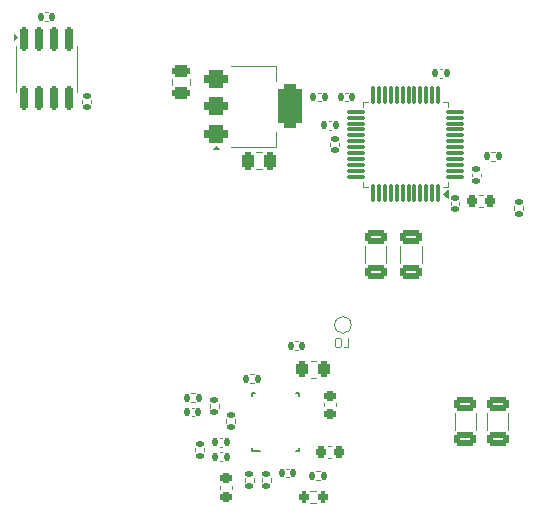
<source format=gbr>
%TF.GenerationSoftware,KiCad,Pcbnew,8.0.8*%
%TF.CreationDate,2025-03-05T15:18:31-05:00*%
%TF.ProjectId,V2.0,56322e30-2e6b-4696-9361-645f70636258,rev?*%
%TF.SameCoordinates,Original*%
%TF.FileFunction,Legend,Bot*%
%TF.FilePolarity,Positive*%
%FSLAX46Y46*%
G04 Gerber Fmt 4.6, Leading zero omitted, Abs format (unit mm)*
G04 Created by KiCad (PCBNEW 8.0.8) date 2025-03-05 15:18:31*
%MOMM*%
%LPD*%
G01*
G04 APERTURE LIST*
G04 Aperture macros list*
%AMRoundRect*
0 Rectangle with rounded corners*
0 $1 Rounding radius*
0 $2 $3 $4 $5 $6 $7 $8 $9 X,Y pos of 4 corners*
0 Add a 4 corners polygon primitive as box body*
4,1,4,$2,$3,$4,$5,$6,$7,$8,$9,$2,$3,0*
0 Add four circle primitives for the rounded corners*
1,1,$1+$1,$2,$3*
1,1,$1+$1,$4,$5*
1,1,$1+$1,$6,$7*
1,1,$1+$1,$8,$9*
0 Add four rect primitives between the rounded corners*
20,1,$1+$1,$2,$3,$4,$5,0*
20,1,$1+$1,$4,$5,$6,$7,0*
20,1,$1+$1,$6,$7,$8,$9,0*
20,1,$1+$1,$8,$9,$2,$3,0*%
G04 Aperture macros list end*
%ADD10C,0.100000*%
%ADD11C,0.120000*%
%ADD12C,0.200000*%
%ADD13RoundRect,0.135000X0.135000X0.185000X-0.135000X0.185000X-0.135000X-0.185000X0.135000X-0.185000X0*%
%ADD14RoundRect,0.135000X-0.185000X0.135000X-0.185000X-0.135000X0.185000X-0.135000X0.185000X0.135000X0*%
%ADD15C,1.000000*%
%ADD16R,1.700000X1.700000*%
%ADD17C,1.700000*%
%ADD18O,1.700000X1.700000*%
%ADD19C,2.700000*%
%ADD20O,1.000000X1.000000*%
%ADD21R,1.000000X1.000000*%
%ADD22RoundRect,0.135000X0.185000X-0.135000X0.185000X0.135000X-0.185000X0.135000X-0.185000X-0.135000X0*%
%ADD23RoundRect,0.225000X-0.225000X-0.250000X0.225000X-0.250000X0.225000X0.250000X-0.225000X0.250000X0*%
%ADD24RoundRect,0.140000X0.140000X0.170000X-0.140000X0.170000X-0.140000X-0.170000X0.140000X-0.170000X0*%
%ADD25RoundRect,0.140000X-0.170000X0.140000X-0.170000X-0.140000X0.170000X-0.140000X0.170000X0.140000X0*%
%ADD26RoundRect,0.225000X0.250000X-0.225000X0.250000X0.225000X-0.250000X0.225000X-0.250000X-0.225000X0*%
%ADD27RoundRect,0.135000X-0.135000X-0.185000X0.135000X-0.185000X0.135000X0.185000X-0.135000X0.185000X0*%
%ADD28RoundRect,0.150000X-0.150000X0.825000X-0.150000X-0.825000X0.150000X-0.825000X0.150000X0.825000X0*%
%ADD29RoundRect,0.250000X-0.650000X0.325000X-0.650000X-0.325000X0.650000X-0.325000X0.650000X0.325000X0*%
%ADD30RoundRect,0.140000X-0.140000X-0.170000X0.140000X-0.170000X0.140000X0.170000X-0.140000X0.170000X0*%
%ADD31RoundRect,0.375000X-0.625000X-0.375000X0.625000X-0.375000X0.625000X0.375000X-0.625000X0.375000X0*%
%ADD32RoundRect,0.500000X-0.500000X-1.400000X0.500000X-1.400000X0.500000X1.400000X-0.500000X1.400000X0*%
%ADD33C,0.499999*%
%ADD34R,1.699999X2.700000*%
%ADD35R,0.249999X0.599999*%
%ADD36R,0.599999X0.249999*%
%ADD37RoundRect,0.075000X0.075000X-0.662500X0.075000X0.662500X-0.075000X0.662500X-0.075000X-0.662500X0*%
%ADD38RoundRect,0.075000X0.662500X-0.075000X0.662500X0.075000X-0.662500X0.075000X-0.662500X-0.075000X0*%
%ADD39RoundRect,0.200000X0.200000X0.275000X-0.200000X0.275000X-0.200000X-0.275000X0.200000X-0.275000X0*%
%ADD40RoundRect,0.250000X0.650000X-0.325000X0.650000X0.325000X-0.650000X0.325000X-0.650000X-0.325000X0*%
%ADD41RoundRect,0.250000X-0.475000X0.250000X-0.475000X-0.250000X0.475000X-0.250000X0.475000X0.250000X0*%
%ADD42RoundRect,0.250000X-0.262500X-0.450000X0.262500X-0.450000X0.262500X0.450000X-0.262500X0.450000X0*%
%ADD43RoundRect,0.250000X0.250000X0.475000X-0.250000X0.475000X-0.250000X-0.475000X0.250000X-0.475000X0*%
%ADD44RoundRect,0.225000X0.225000X0.250000X-0.225000X0.250000X-0.225000X-0.250000X0.225000X-0.250000X0*%
%ADD45RoundRect,0.140000X0.170000X-0.140000X0.170000X0.140000X-0.170000X0.140000X-0.170000X-0.140000X0*%
G04 APERTURE END LIST*
D10*
X142162782Y-72596895D02*
X142543734Y-72596895D01*
X142543734Y-72596895D02*
X142543734Y-71796895D01*
X141743734Y-71796895D02*
X141591353Y-71796895D01*
X141591353Y-71796895D02*
X141515163Y-71834990D01*
X141515163Y-71834990D02*
X141438972Y-71911180D01*
X141438972Y-71911180D02*
X141400877Y-72063561D01*
X141400877Y-72063561D02*
X141400877Y-72330228D01*
X141400877Y-72330228D02*
X141438972Y-72482609D01*
X141438972Y-72482609D02*
X141515163Y-72558800D01*
X141515163Y-72558800D02*
X141591353Y-72596895D01*
X141591353Y-72596895D02*
X141743734Y-72596895D01*
X141743734Y-72596895D02*
X141819925Y-72558800D01*
X141819925Y-72558800D02*
X141896115Y-72482609D01*
X141896115Y-72482609D02*
X141934211Y-72330228D01*
X141934211Y-72330228D02*
X141934211Y-72063561D01*
X141934211Y-72063561D02*
X141896115Y-71911180D01*
X141896115Y-71911180D02*
X141819925Y-71834990D01*
X141819925Y-71834990D02*
X141743734Y-71796895D01*
D11*
%TO.C,R11*%
X139946359Y-51020000D02*
X140253641Y-51020000D01*
X139946359Y-51780000D02*
X140253641Y-51780000D01*
%TO.C,R10*%
X156620000Y-60953641D02*
X156620000Y-60646359D01*
X157380000Y-60953641D02*
X157380000Y-60646359D01*
%TO.C,TP18*%
X142800000Y-70700000D02*
G75*
G02*
X141400000Y-70700000I-700000J0D01*
G01*
X141400000Y-70700000D02*
G75*
G02*
X142800000Y-70700000I700000J0D01*
G01*
%TO.C,RRT1*%
X133805000Y-83696360D02*
X133805000Y-84003642D01*
X134565000Y-83696360D02*
X134565000Y-84003642D01*
%TO.C,C1*%
X153940580Y-59690000D02*
X153659420Y-59690000D01*
X153940580Y-60710000D02*
X153659420Y-60710000D01*
%TO.C,Cilim1*%
X138077164Y-72090001D02*
X138292836Y-72090001D01*
X138077164Y-72810001D02*
X138292836Y-72810001D01*
%TO.C,Cvin1*%
X137277164Y-82890001D02*
X137492836Y-82890001D01*
X137277164Y-83610001D02*
X137492836Y-83610001D01*
%TO.C,C8*%
X140892164Y-53440000D02*
X141107836Y-53440000D01*
X140892164Y-54160000D02*
X141107836Y-54160000D01*
%TO.C,RUV2*%
X135205000Y-84003642D02*
X135205000Y-83696360D01*
X135965000Y-84003642D02*
X135965000Y-83696360D01*
%TO.C,C4*%
X151240000Y-60507836D02*
X151240000Y-60292164D01*
X151960000Y-60507836D02*
X151960000Y-60292164D01*
%TO.C,CC1*%
X131677164Y-81490001D02*
X131892836Y-81490001D01*
X131677164Y-82210001D02*
X131892836Y-82210001D01*
%TO.C,CSS1*%
X131675000Y-84309421D02*
X131675000Y-84590581D01*
X132695000Y-84309421D02*
X132695000Y-84590581D01*
%TO.C,RFB1*%
X130805000Y-77386360D02*
X130805000Y-77693642D01*
X131565000Y-77386360D02*
X131565000Y-77693642D01*
%TO.C,RC2*%
X129538641Y-76470001D02*
X129231359Y-76470001D01*
X129538641Y-77230001D02*
X129231359Y-77230001D01*
%TO.C,Rin1*%
X139831359Y-83070001D02*
X140138641Y-83070001D01*
X139831359Y-83830001D02*
X140138641Y-83830001D01*
%TO.C,U3*%
X114440000Y-47050000D02*
X114440000Y-49000000D01*
X114440000Y-50950000D02*
X114440000Y-49000000D01*
X119560000Y-47050000D02*
X119560000Y-49000000D01*
X119560000Y-50950000D02*
X119560000Y-49000000D01*
X114535000Y-46300000D02*
X114205000Y-46540000D01*
X114205000Y-46060000D01*
X114535000Y-46300000D01*
G36*
X114535000Y-46300000D02*
G01*
X114205000Y-46540000D01*
X114205000Y-46060000D01*
X114535000Y-46300000D01*
G37*
%TO.C,C5*%
X141040000Y-55507836D02*
X141040000Y-55292164D01*
X141760000Y-55507836D02*
X141760000Y-55292164D01*
%TO.C,COUT1*%
X143945000Y-65431252D02*
X143945000Y-64008748D01*
X145765000Y-65431252D02*
X145765000Y-64008748D01*
%TO.C,C6*%
X142507836Y-51040000D02*
X142292164Y-51040000D01*
X142507836Y-51760000D02*
X142292164Y-51760000D01*
%TO.C,R1*%
X154953641Y-56020000D02*
X154646359Y-56020000D01*
X154953641Y-56780000D02*
X154646359Y-56780000D01*
%TO.C,U4*%
X136410000Y-48790000D02*
X132650000Y-48790000D01*
X136410000Y-50050000D02*
X136410000Y-48790000D01*
X136410000Y-54350000D02*
X136410000Y-55610000D01*
X136410000Y-55610000D02*
X132650000Y-55610000D01*
X131610000Y-55840000D02*
X131130000Y-55840000D01*
X131370000Y-55510000D01*
X131610000Y-55840000D01*
G36*
X131610000Y-55840000D02*
G01*
X131130000Y-55840000D01*
X131370000Y-55510000D01*
X131610000Y-55840000D01*
G37*
D12*
%TO.C,U5*%
X138335001Y-81400001D02*
X138335001Y-81150002D01*
X138335001Y-81400001D02*
X138084999Y-81400001D01*
X138335001Y-76750000D02*
X138335001Y-76500001D01*
X138335001Y-76500001D02*
X138084999Y-76500001D01*
X135085000Y-81400001D02*
X134434999Y-81400001D01*
X134685001Y-76500001D02*
X134434999Y-76500001D01*
X134434999Y-81400001D02*
X134434999Y-81150002D01*
X134434999Y-76750000D02*
X134434999Y-76500001D01*
D11*
%TO.C,U1*%
X143790000Y-51790000D02*
X143790000Y-52240000D01*
X143790000Y-59010000D02*
X143790000Y-58560000D01*
X144240000Y-51790000D02*
X143790000Y-51790000D01*
X144240000Y-59010000D02*
X143790000Y-59010000D01*
X150560000Y-51790000D02*
X151010000Y-51790000D01*
X150560000Y-59010000D02*
X151010000Y-59010000D01*
X151010000Y-51790000D02*
X151010000Y-52240000D01*
X151010000Y-59010000D02*
X151010000Y-58560000D01*
X151030000Y-59940000D02*
X150560000Y-59600000D01*
X151030000Y-59260000D01*
X151030000Y-59940000D01*
G36*
X151030000Y-59940000D02*
G01*
X150560000Y-59600000D01*
X151030000Y-59260000D01*
X151030000Y-59940000D01*
G37*
%TO.C,CC3*%
X129277164Y-77690001D02*
X129492836Y-77690001D01*
X129277164Y-78410001D02*
X129492836Y-78410001D01*
%TO.C,RUV1*%
X139347742Y-84727501D02*
X139822258Y-84727501D01*
X139347742Y-85772501D02*
X139822258Y-85772501D01*
%TO.C,CIN4*%
X156110000Y-78183748D02*
X156110000Y-79606252D01*
X154290000Y-78183748D02*
X154290000Y-79606252D01*
%TO.C,RPGOOD1*%
X134538641Y-74870001D02*
X134231359Y-74870001D01*
X134538641Y-75630001D02*
X134231359Y-75630001D01*
%TO.C,C16*%
X127665000Y-50411252D02*
X127665000Y-49888748D01*
X129135000Y-50411252D02*
X129135000Y-49888748D01*
%TO.C,Rilim1*%
X139812064Y-73715001D02*
X139357936Y-73715001D01*
X139812064Y-75185001D02*
X139357936Y-75185001D01*
%TO.C,RC1*%
X129605000Y-81096360D02*
X129605000Y-81403642D01*
X130365000Y-81096360D02*
X130365000Y-81403642D01*
%TO.C,RFB2*%
X132205000Y-79003642D02*
X132205000Y-78696360D01*
X132965000Y-79003642D02*
X132965000Y-78696360D01*
%TO.C,C2*%
X150292164Y-49040000D02*
X150507836Y-49040000D01*
X150292164Y-49760000D02*
X150507836Y-49760000D01*
%TO.C,C14*%
X116892164Y-44240000D02*
X117107836Y-44240000D01*
X116892164Y-44960000D02*
X117107836Y-44960000D01*
%TO.C,C17*%
X134738748Y-56065000D02*
X135261252Y-56065000D01*
X134738748Y-57535000D02*
X135261252Y-57535000D01*
%TO.C,CIN3*%
X151545000Y-78183748D02*
X151545000Y-79606252D01*
X153365000Y-78183748D02*
X153365000Y-79606252D01*
%TO.C,CVcc1*%
X140475000Y-77309421D02*
X140475000Y-77590581D01*
X141495000Y-77309421D02*
X141495000Y-77590581D01*
%TO.C,COUT2*%
X146945000Y-65431252D02*
X146945000Y-64008748D01*
X148765000Y-65431252D02*
X148765000Y-64008748D01*
%TO.C,CBoot1*%
X140844420Y-80940001D02*
X141125580Y-80940001D01*
X140844420Y-81960001D02*
X141125580Y-81960001D01*
%TO.C,CC2*%
X131677164Y-80290001D02*
X131892836Y-80290001D01*
X131677164Y-81010001D02*
X131892836Y-81010001D01*
%TO.C,C15*%
X120040000Y-51907836D02*
X120040000Y-51692164D01*
X120760000Y-51907836D02*
X120760000Y-51692164D01*
%TO.C,C7*%
X153040000Y-57892164D02*
X153040000Y-58107836D01*
X153760000Y-57892164D02*
X153760000Y-58107836D01*
%TD*%
%LPC*%
D13*
%TO.C,R11*%
X140610000Y-51400000D03*
X139590000Y-51400000D03*
%TD*%
D14*
%TO.C,R10*%
X157000000Y-60290000D03*
X157000000Y-61310000D03*
%TD*%
D15*
%TO.C,TP18*%
X142100000Y-70700000D03*
%TD*%
D16*
%TO.C,J6*%
X163000000Y-43000000D03*
D17*
X163000000Y-40460000D03*
X163000000Y-37920000D03*
X160460000Y-43000000D03*
X160460000Y-40500000D03*
X160460000Y-38000000D03*
X157920000Y-43000000D03*
X157920000Y-40500000D03*
X157920000Y-38000000D03*
X155380000Y-43000000D03*
X155380000Y-40500000D03*
X155380000Y-38000000D03*
%TD*%
D16*
%TO.C,J7*%
X152000000Y-43000000D03*
D17*
X152000000Y-40460000D03*
X152000000Y-37920000D03*
X149460000Y-43000000D03*
X149460000Y-40500000D03*
X149460000Y-38000000D03*
X146920000Y-43000000D03*
X146920000Y-40500000D03*
X146920000Y-38000000D03*
X144380000Y-43000000D03*
X144380000Y-40500000D03*
X144380000Y-38000000D03*
%TD*%
D16*
%TO.C,J8*%
X141000000Y-43000000D03*
D17*
X141000000Y-40460000D03*
X141000000Y-37920000D03*
X138460000Y-43000000D03*
X138460000Y-40500000D03*
X138460000Y-38000000D03*
X135920000Y-43000000D03*
X135920000Y-40500000D03*
X135920000Y-38000000D03*
X133380000Y-43000000D03*
X133380000Y-40500000D03*
X133380000Y-38000000D03*
%TD*%
D16*
%TO.C,J9*%
X130000000Y-43000000D03*
D17*
X130000000Y-40460000D03*
X130000000Y-37920000D03*
X127460000Y-43000000D03*
X127460000Y-40500000D03*
X127460000Y-38000000D03*
X124920000Y-43000000D03*
X124920000Y-40500000D03*
X124920000Y-38000000D03*
X122380000Y-43000000D03*
X122380000Y-40500000D03*
X122380000Y-38000000D03*
%TD*%
D16*
%TO.C,J4*%
X124625000Y-50050000D03*
D18*
X122085000Y-50050000D03*
X124625000Y-52590000D03*
X122085000Y-52590000D03*
X124625000Y-55130000D03*
X122085000Y-55130000D03*
X124625000Y-57670000D03*
X122085000Y-57670000D03*
X124625000Y-60210000D03*
X122085000Y-60210000D03*
X124625000Y-62750000D03*
X122085000Y-62750000D03*
X124625000Y-65290000D03*
X122085000Y-65290000D03*
X124625000Y-67830000D03*
X122085000Y-67830000D03*
X124625000Y-70370000D03*
X122085000Y-70370000D03*
X124625000Y-72910000D03*
X122085000Y-72910000D03*
%TD*%
D19*
%TO.C,H1*%
X117000000Y-39000000D03*
%TD*%
D16*
%TO.C,J2*%
X161600000Y-65400000D03*
D18*
X159060000Y-65400000D03*
%TD*%
D16*
%TO.C,J1*%
X159000000Y-69400000D03*
D18*
X161540000Y-69400000D03*
%TD*%
D20*
%TO.C,J3*%
X161230000Y-55330000D03*
X162500000Y-55330000D03*
X161230000Y-56600000D03*
X162500000Y-56600000D03*
X161230000Y-57870000D03*
X162500000Y-57870000D03*
X161230000Y-59140000D03*
X162500000Y-59140000D03*
X161230000Y-60410000D03*
D21*
X162500000Y-60410000D03*
%TD*%
D19*
%TO.C,H4*%
X161000000Y-83000000D03*
%TD*%
%TO.C,H2*%
X161000000Y-49000000D03*
%TD*%
%TO.C,H3*%
X119200000Y-83000000D03*
%TD*%
D22*
%TO.C,RRT1*%
X134185000Y-84360001D03*
X134185000Y-83340001D03*
%TD*%
D23*
%TO.C,C1*%
X153025000Y-60200000D03*
X154575000Y-60200000D03*
%TD*%
D24*
%TO.C,Cilim1*%
X138665000Y-72450001D03*
X137705000Y-72450001D03*
%TD*%
%TO.C,Cvin1*%
X137865000Y-83250001D03*
X136905000Y-83250001D03*
%TD*%
%TO.C,C8*%
X141480000Y-53800000D03*
X140520000Y-53800000D03*
%TD*%
D14*
%TO.C,RUV2*%
X135585000Y-83340001D03*
X135585000Y-84360001D03*
%TD*%
D25*
%TO.C,C4*%
X151600000Y-59920000D03*
X151600000Y-60880000D03*
%TD*%
D24*
%TO.C,CC1*%
X132265000Y-81850001D03*
X131305000Y-81850001D03*
%TD*%
D26*
%TO.C,CSS1*%
X132185000Y-85225001D03*
X132185000Y-83675001D03*
%TD*%
D22*
%TO.C,RFB1*%
X131185000Y-78050001D03*
X131185000Y-77030001D03*
%TD*%
D27*
%TO.C,RC2*%
X128875000Y-76850001D03*
X129895000Y-76850001D03*
%TD*%
D13*
%TO.C,Rin1*%
X140495000Y-83450001D03*
X139475000Y-83450001D03*
%TD*%
D28*
%TO.C,U3*%
X115095000Y-46525000D03*
X116365000Y-46525000D03*
X117635000Y-46525000D03*
X118905000Y-46525000D03*
X118905000Y-51475000D03*
X117635000Y-51475000D03*
X116365000Y-51475000D03*
X115095000Y-51475000D03*
%TD*%
D25*
%TO.C,C5*%
X141400000Y-54920000D03*
X141400000Y-55880000D03*
%TD*%
D29*
%TO.C,COUT1*%
X144855000Y-63245000D03*
X144855000Y-66195000D03*
%TD*%
D30*
%TO.C,C6*%
X141920000Y-51400000D03*
X142880000Y-51400000D03*
%TD*%
D27*
%TO.C,R1*%
X154290000Y-56400000D03*
X155310000Y-56400000D03*
%TD*%
D31*
%TO.C,U4*%
X131350000Y-54500000D03*
X131350000Y-52200000D03*
D32*
X137650000Y-52200000D03*
D31*
X131350000Y-49900000D03*
%TD*%
D33*
%TO.C,U5*%
X136984999Y-78950001D03*
X136385000Y-80050001D03*
D34*
X136385000Y-78950001D03*
D33*
X136385000Y-77850001D03*
X135785001Y-78950001D03*
D35*
X137135001Y-81100002D03*
D36*
X138034999Y-80700003D03*
X138034999Y-80200001D03*
X138034999Y-79700002D03*
X138034999Y-79200003D03*
X138034999Y-78700001D03*
X138034999Y-78200003D03*
X138034999Y-77700001D03*
X138034999Y-77200002D03*
D35*
X137135001Y-76800000D03*
X135634999Y-76800000D03*
D36*
X134735001Y-77200002D03*
X134735001Y-77700001D03*
X134735001Y-78200000D03*
X134735001Y-78699999D03*
X134735001Y-79200001D03*
X134735001Y-79699999D03*
X134735001Y-80200001D03*
X134735001Y-80700000D03*
D35*
X135634999Y-81100002D03*
%TD*%
D37*
%TO.C,U1*%
X150150000Y-59562500D03*
X149650000Y-59562500D03*
X149150000Y-59562500D03*
X148650000Y-59562500D03*
X148150000Y-59562500D03*
X147650000Y-59562500D03*
X147150000Y-59562500D03*
X146650000Y-59562500D03*
X146150000Y-59562500D03*
X145650000Y-59562500D03*
X145150000Y-59562500D03*
X144650000Y-59562500D03*
D38*
X143237500Y-58150000D03*
X143237500Y-57650000D03*
X143237500Y-57150000D03*
X143237500Y-56650000D03*
X143237500Y-56150000D03*
X143237500Y-55650000D03*
X143237500Y-55150000D03*
X143237500Y-54650000D03*
X143237500Y-54150000D03*
X143237500Y-53650000D03*
X143237500Y-53150000D03*
X143237500Y-52650000D03*
D37*
X144650000Y-51237500D03*
X145150000Y-51237500D03*
X145650000Y-51237500D03*
X146150000Y-51237500D03*
X146650000Y-51237500D03*
X147150000Y-51237500D03*
X147650000Y-51237500D03*
X148150000Y-51237500D03*
X148650000Y-51237500D03*
X149150000Y-51237500D03*
X149650000Y-51237500D03*
X150150000Y-51237500D03*
D38*
X151562500Y-52650000D03*
X151562500Y-53150000D03*
X151562500Y-53650000D03*
X151562500Y-54150000D03*
X151562500Y-54650000D03*
X151562500Y-55150000D03*
X151562500Y-55650000D03*
X151562500Y-56150000D03*
X151562500Y-56650000D03*
X151562500Y-57150000D03*
X151562500Y-57650000D03*
X151562500Y-58150000D03*
%TD*%
D24*
%TO.C,CC3*%
X129865000Y-78050001D03*
X128905000Y-78050001D03*
%TD*%
D39*
%TO.C,RUV1*%
X140410000Y-85250001D03*
X138760000Y-85250001D03*
%TD*%
D40*
%TO.C,CIN4*%
X155200000Y-77420000D03*
X155200000Y-80370000D03*
%TD*%
D27*
%TO.C,RPGOOD1*%
X133875000Y-75250001D03*
X134895000Y-75250001D03*
%TD*%
D41*
%TO.C,C16*%
X128400000Y-49200000D03*
X128400000Y-51100000D03*
%TD*%
D42*
%TO.C,Rilim1*%
X138672500Y-74450001D03*
X140497500Y-74450001D03*
%TD*%
D22*
%TO.C,RC1*%
X129985000Y-81760001D03*
X129985000Y-80740001D03*
%TD*%
D14*
%TO.C,RFB2*%
X132585000Y-78340001D03*
X132585000Y-79360001D03*
%TD*%
D24*
%TO.C,C2*%
X150880000Y-49400000D03*
X149920000Y-49400000D03*
%TD*%
%TO.C,C14*%
X117480000Y-44600000D03*
X116520000Y-44600000D03*
%TD*%
D43*
%TO.C,C17*%
X135950000Y-56800000D03*
X134050000Y-56800000D03*
%TD*%
D40*
%TO.C,CIN3*%
X152455000Y-80370000D03*
X152455000Y-77420000D03*
%TD*%
D26*
%TO.C,CVcc1*%
X140985000Y-78225001D03*
X140985000Y-76675001D03*
%TD*%
D29*
%TO.C,COUT2*%
X147855000Y-63245000D03*
X147855000Y-66195000D03*
%TD*%
D44*
%TO.C,CBoot1*%
X141760000Y-81450001D03*
X140210000Y-81450001D03*
%TD*%
D24*
%TO.C,CC2*%
X132265000Y-80650001D03*
X131305000Y-80650001D03*
%TD*%
D25*
%TO.C,C15*%
X120400000Y-51320000D03*
X120400000Y-52280000D03*
%TD*%
D45*
%TO.C,C7*%
X153400000Y-58480000D03*
X153400000Y-57520000D03*
%TD*%
%LPD*%
M02*

</source>
